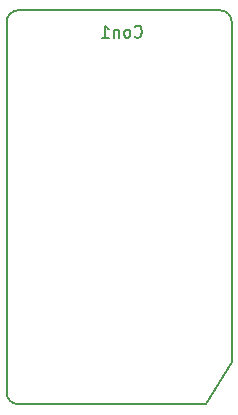
<source format=gbo>
G04 #@! TF.FileFunction,Legend,Bot*
%FSLAX46Y46*%
G04 Gerber Fmt 4.6, Leading zero omitted, Abs format (unit mm)*
G04 Created by KiCad (PCBNEW 4.0.6) date 12/30/18 12:01:16*
%MOMM*%
%LPD*%
G01*
G04 APERTURE LIST*
%ADD10C,0.100000*%
%ADD11C,0.150000*%
G04 APERTURE END LIST*
D10*
D11*
X108280000Y-61650000D02*
G75*
G02X109280000Y-62650000I0J-1000000D01*
G01*
X90220000Y-94000000D02*
G75*
G03X91220000Y-95000000I1000000J0D01*
G01*
X91220000Y-61650000D02*
G75*
G03X90220000Y-62650000I0J-1000000D01*
G01*
X109280000Y-91400000D02*
X107130000Y-95000000D01*
X107130000Y-95000000D02*
X91220000Y-95000000D01*
X90220000Y-94000000D02*
X90220000Y-62650000D01*
X91220000Y-61650000D02*
X108280000Y-61650000D01*
X109280000Y-62650000D02*
X109280000Y-91400000D01*
X101071428Y-63857143D02*
X101119047Y-63904762D01*
X101261904Y-63952381D01*
X101357142Y-63952381D01*
X101500000Y-63904762D01*
X101595238Y-63809524D01*
X101642857Y-63714286D01*
X101690476Y-63523810D01*
X101690476Y-63380952D01*
X101642857Y-63190476D01*
X101595238Y-63095238D01*
X101500000Y-63000000D01*
X101357142Y-62952381D01*
X101261904Y-62952381D01*
X101119047Y-63000000D01*
X101071428Y-63047619D01*
X100500000Y-63952381D02*
X100595238Y-63904762D01*
X100642857Y-63857143D01*
X100690476Y-63761905D01*
X100690476Y-63476190D01*
X100642857Y-63380952D01*
X100595238Y-63333333D01*
X100500000Y-63285714D01*
X100357142Y-63285714D01*
X100261904Y-63333333D01*
X100214285Y-63380952D01*
X100166666Y-63476190D01*
X100166666Y-63761905D01*
X100214285Y-63857143D01*
X100261904Y-63904762D01*
X100357142Y-63952381D01*
X100500000Y-63952381D01*
X99738095Y-63285714D02*
X99738095Y-63952381D01*
X99738095Y-63380952D02*
X99690476Y-63333333D01*
X99595238Y-63285714D01*
X99452380Y-63285714D01*
X99357142Y-63333333D01*
X99309523Y-63428571D01*
X99309523Y-63952381D01*
X98309523Y-63952381D02*
X98880952Y-63952381D01*
X98595238Y-63952381D02*
X98595238Y-62952381D01*
X98690476Y-63095238D01*
X98785714Y-63190476D01*
X98880952Y-63238095D01*
M02*

</source>
